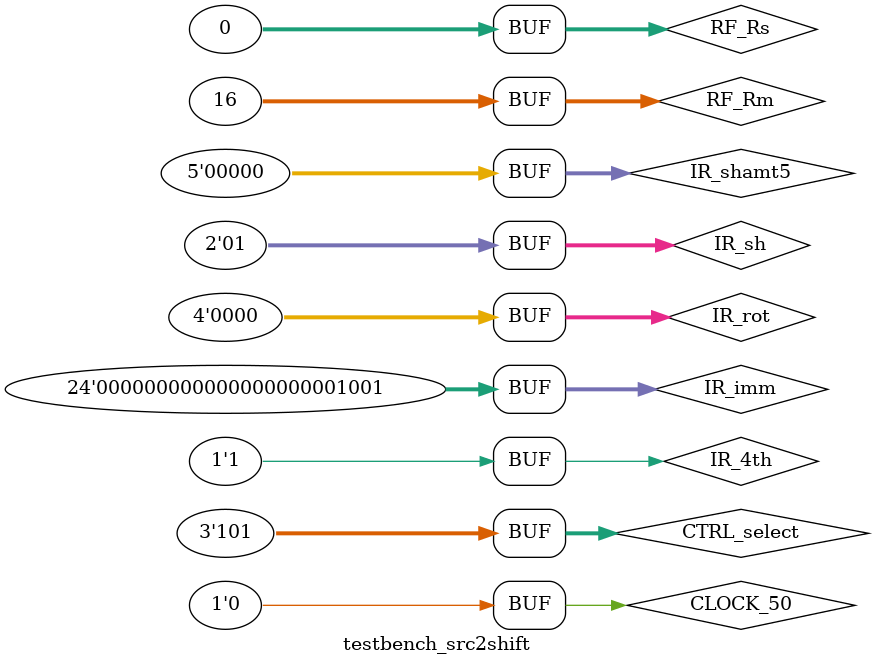
<source format=sv>
module testbench_src2shift();

logic 		         CLOCK_50;
logic		[2:0]			CTRL_select; // op, I
logic 	[4:0]  		IR_shamt5;			
logic		[3:0]			IR_rot;
logic		[1:0]			IR_sh;
logic						IR_4th;
logic		[23:0]		IR_imm;
logic		[31:0]		RF_Rm;
logic		[31:0]		RF_Rs;
	
	
// outputs
logic 	[31:0]  		src2;
logic 			  		was_shifted;
logic 			  		carryBit;
	


src2shift inst (CLOCK_50, CTRL_select, IR_shamt5, IR_rot, IR_sh, IR_4th, IR_imm, RF_Rm, RF_Rs, src2, was_shifted, carryBit);
	
	
always
  begin
    #20 CLOCK_50 = 1;
    #20 CLOCK_50 = 0;
  end
  
initial
  begin
  
/* data processing instruction where second operand is register */
#20
    CTRL_select = 3'b000;
	 IR_shamt5 = 2;
	 IR_sh = 2'b00;
	 IR_4th = 0;
	 RF_Rm = 8;	 				// logical shift left by 2 with immediate value (Carry should be 0)
#40
	 IR_4th = 1;
	 RF_Rs = 2;					// logical shift left by 2 with register Rs (Carry should be 0)
#40
	 IR_sh = 2'b10;
	 RF_Rs = 4;					// arithmetic shift right by 4 with register Rs (Carry should be 1)
#40
	 RF_Rm = -4;
	 RF_Rs = 1;					// arithmetic shift right by 3 with register Rs (Carry should be 0)
#40
	 RF_Rm = -56;
	 IR_sh = 2'b11;
	 RF_Rs = 8;					// right rotate  by 4 with register Rs (Carry should be 1)
#40
	 CTRL_select = 4'b000;
	 RF_Rs = 0;					// no shifting 

/* data processing instruction where second operand is immediate */
#40
	 CTRL_select = 4'b001;
	 IR_imm = 60;
	 IR_rot = 3;				// right rotate  by 3 with register Rs (Carry should be 1)
#40
	 IR_rot = 0;				// no shifting

/* memory access instruction where second operand is immediate */
#40
	 CTRL_select = 4'b010;
	 IR_imm = 25;				// no shifting

/* memory access instruction where second operand is register */
#40
	 CTRL_select = 4'b011;
	 IR_shamt5 = 5;
	 IR_sh = 2'b01;
	 RF_Rm = 12;				// logical shift right by 5 with immediate value (Carry should be 0)
#40
	 RF_Rm = 16;
	 IR_shamt5 = 0;			// logical shift right by 5 with register Rs (Carry should be 0)				

/* branch instruction */
#40
	CTRL_select = 4'b101;
	IR_imm = 9;					// no shifting
	 
	 
  end
	
	

endmodule
</source>
